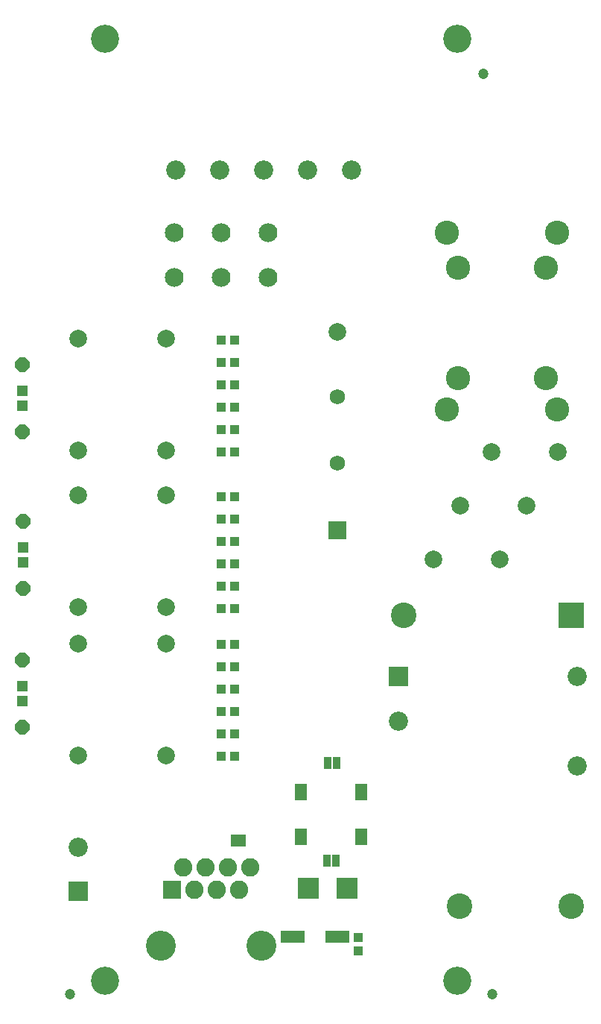
<source format=gbr>
G04 EAGLE Gerber RS-274X export*
G75*
%MOMM*%
%FSLAX34Y34*%
%LPD*%
%INSoldermask Top*%
%IPPOS*%
%AMOC8*
5,1,8,0,0,1.08239X$1,22.5*%
G01*
%ADD10C,3.203200*%
%ADD11C,2.003200*%
%ADD12R,1.003200X1.003200*%
%ADD13C,2.133600*%
%ADD14R,2.743200X1.473200*%
%ADD15R,2.403200X2.353200*%
%ADD16C,1.203200*%
%ADD17R,2.082800X2.082800*%
%ADD18C,2.082800*%
%ADD19C,3.403200*%
%ADD20R,0.838200X1.473200*%
%ADD21C,2.183200*%
%ADD22R,2.003200X2.003200*%
%ADD23C,1.733200*%
%ADD24C,2.743200*%
%ADD25R,2.183200X2.183200*%
%ADD26R,2.903200X2.903200*%
%ADD27C,2.903200*%
%ADD28R,1.303200X1.203200*%
%ADD29P,1.803519X8X112.500000*%
%ADD30R,1.473200X1.983200*%


D10*
X165000Y65000D03*
X165000Y1135000D03*
X565000Y65000D03*
X565000Y1135000D03*
D11*
X233920Y321240D03*
X233920Y448240D03*
X133920Y448240D03*
X133920Y321240D03*
D12*
X297180Y320040D03*
X312420Y320040D03*
X312420Y345440D03*
X297180Y345440D03*
X297180Y370840D03*
X312420Y370840D03*
X297180Y396240D03*
X312420Y396240D03*
X312420Y421640D03*
X297180Y421640D03*
X297180Y447040D03*
X312420Y447040D03*
D11*
X233920Y489200D03*
X233920Y616200D03*
X133920Y616200D03*
X133920Y489200D03*
D12*
X297180Y487680D03*
X312420Y487680D03*
X312420Y513080D03*
X297180Y513080D03*
X297180Y538480D03*
X312420Y538480D03*
X297180Y563880D03*
X312420Y563880D03*
X312420Y589280D03*
X297180Y589280D03*
X297180Y614680D03*
X312420Y614680D03*
D11*
X233920Y667320D03*
X233920Y794320D03*
X133920Y794320D03*
X133920Y667320D03*
D12*
X297180Y665480D03*
X312420Y665480D03*
X312420Y690880D03*
X297180Y690880D03*
X297180Y716280D03*
X312420Y716280D03*
X297180Y741680D03*
X312420Y741680D03*
X312420Y767080D03*
X297180Y767080D03*
X297180Y792480D03*
X312420Y792480D03*
D13*
X296740Y914520D03*
X296740Y863720D03*
X350000Y914520D03*
X350000Y863720D03*
X243480Y914520D03*
X243480Y863720D03*
D11*
X604520Y665480D03*
X679520Y665480D03*
X568960Y604520D03*
X643960Y604520D03*
X538480Y543560D03*
X613480Y543560D03*
D12*
X452200Y114820D03*
X452200Y99580D03*
D14*
X428435Y115630D03*
X377635Y115630D03*
D15*
X440080Y170040D03*
X396080Y170040D03*
D16*
X125000Y50000D03*
X605000Y50000D03*
X595000Y1095000D03*
D17*
X240550Y168500D03*
D18*
X253250Y193900D03*
X265950Y168500D03*
X278650Y193900D03*
X291350Y168500D03*
X304050Y193900D03*
X316750Y168500D03*
X329450Y193900D03*
D19*
X227850Y105000D03*
X342150Y105000D03*
D20*
X320730Y224470D03*
X311730Y224470D03*
X427580Y312406D03*
X417420Y312406D03*
X427326Y201658D03*
X417166Y201658D03*
D21*
X444880Y985660D03*
X394880Y985660D03*
X344880Y985660D03*
X294880Y985660D03*
X244880Y985660D03*
D22*
X428730Y576870D03*
D11*
X428730Y801870D03*
D23*
X428730Y653070D03*
X428730Y728070D03*
D24*
X553320Y713760D03*
X553320Y914760D03*
X678320Y713760D03*
X678320Y914760D03*
X565700Y749930D03*
X565700Y874930D03*
X665700Y749930D03*
X665700Y874930D03*
D25*
X498000Y410725D03*
D21*
X498000Y359925D03*
X701200Y309125D03*
X701200Y410725D03*
D26*
X694850Y479940D03*
D27*
X504350Y479940D03*
X567800Y149740D03*
X694850Y149740D03*
D28*
X70600Y717820D03*
X70600Y734820D03*
D29*
X70600Y688220D03*
X70600Y764420D03*
D28*
X71230Y540020D03*
X71230Y557020D03*
D29*
X71230Y510420D03*
X71230Y586620D03*
D28*
X70590Y382540D03*
X70590Y399540D03*
D29*
X70590Y352940D03*
X70590Y429140D03*
D30*
X387200Y279275D03*
X387200Y228475D03*
X455800Y228475D03*
X455800Y279275D03*
D25*
X134500Y167375D03*
D21*
X134500Y217375D03*
M02*

</source>
